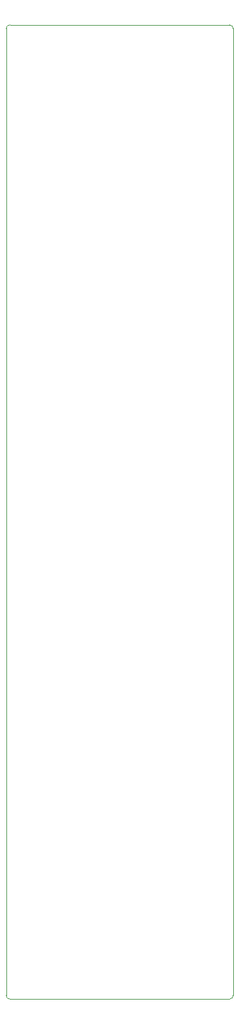
<source format=gbr>
%TF.GenerationSoftware,KiCad,Pcbnew,(6.0.9)*%
%TF.CreationDate,2023-01-29T17:19:16+01:00*%
%TF.ProjectId,wvtbl_face_plate,77767462-6c5f-4666-9163-655f706c6174,rev?*%
%TF.SameCoordinates,Original*%
%TF.FileFunction,Profile,NP*%
%FSLAX46Y46*%
G04 Gerber Fmt 4.6, Leading zero omitted, Abs format (unit mm)*
G04 Created by KiCad (PCBNEW (6.0.9)) date 2023-01-29 17:19:16*
%MOMM*%
%LPD*%
G01*
G04 APERTURE LIST*
%TA.AperFunction,Profile*%
%ADD10C,0.120000*%
%TD*%
G04 APERTURE END LIST*
D10*
%TO.C,U1*%
X35000000Y-36250000D02*
X35000000Y-163750000D01*
X65000000Y-163750000D02*
X65000000Y-36250000D01*
X35500000Y-164250000D02*
X64500000Y-164250000D01*
X64500000Y-35750000D02*
X35500000Y-35750000D01*
X64500000Y-164250000D02*
G75*
G03*
X65000000Y-163750000I0J500000D01*
G01*
X35500000Y-35750000D02*
G75*
G03*
X35000000Y-36250000I1J-500001D01*
G01*
X65000000Y-36250000D02*
G75*
G03*
X64500000Y-35750000I-500000J0D01*
G01*
X35000000Y-163750000D02*
G75*
G03*
X35500000Y-164250000I500001J1D01*
G01*
%TD*%
M02*

</source>
